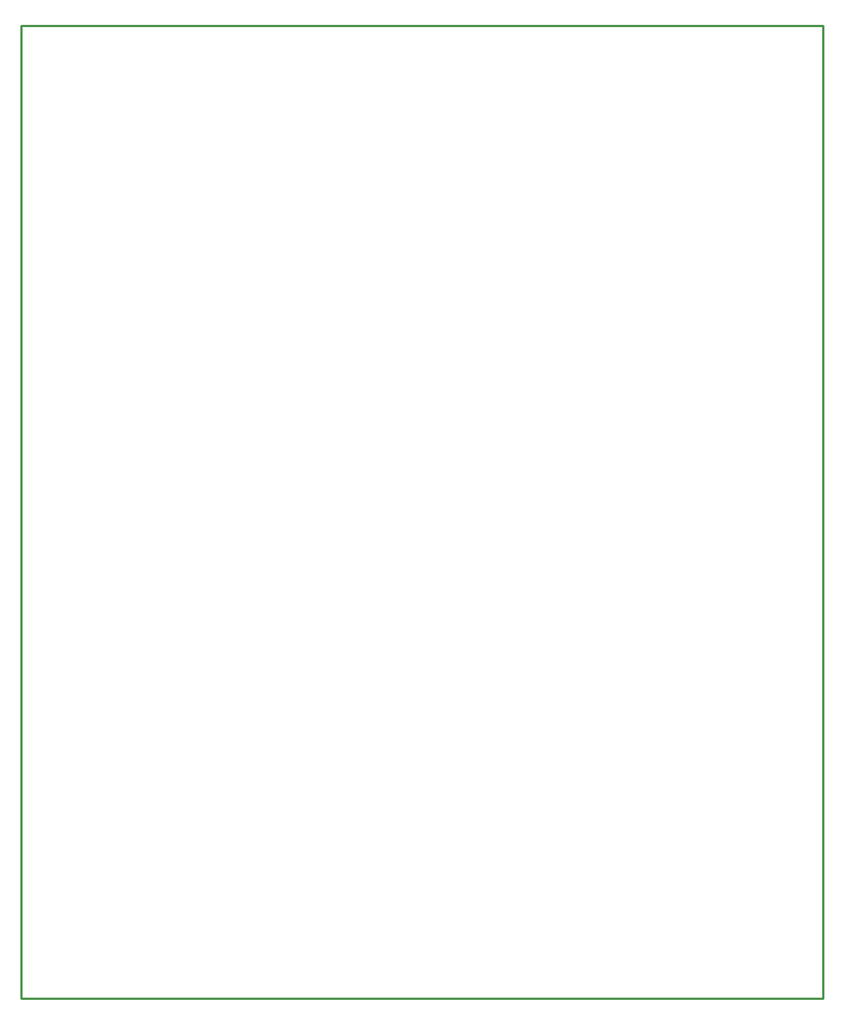
<source format=gko>
G04 Layer: BoardOutlineLayer*
G04 EasyEDA v6.5.29, 2023-07-16 15:11:24*
G04 de9d243bdfbd4483b0fbc0b5f9d5b24a,5a6b42c53f6a479593ecc07194224c93,10*
G04 Gerber Generator version 0.2*
G04 Scale: 100 percent, Rotated: No, Reflected: No *
G04 Dimensions in millimeters *
G04 leading zeros omitted , absolute positions ,4 integer and 5 decimal *
%FSLAX45Y45*%
%MOMM*%

%ADD10C,0.2540*%
D10*
X0Y11633200D02*
G01*
X9017000Y11633200D01*
X9017000Y698500D01*
X0Y698500D01*
X0Y11633200D01*

%LPD*%
M02*

</source>
